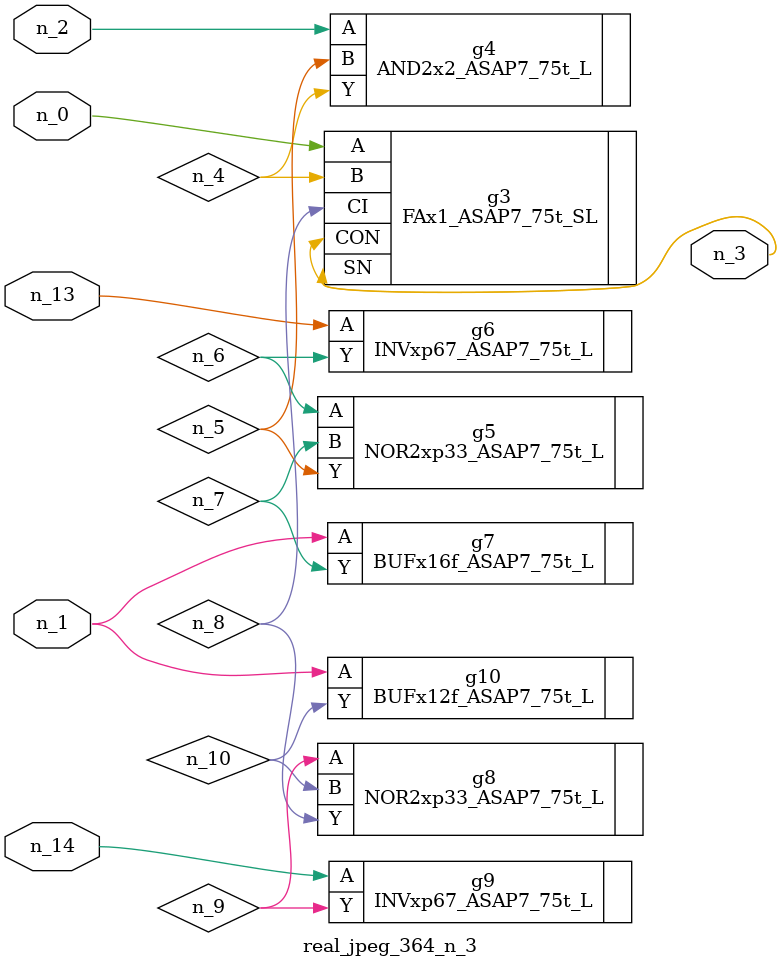
<source format=v>
module real_jpeg_364_n_3 (n_0, n_1, n_14, n_2, n_13, n_3);

input n_0;
input n_1;
input n_14;
input n_2;
input n_13;

output n_3;

wire n_5;
wire n_8;
wire n_4;
wire n_6;
wire n_7;
wire n_10;
wire n_9;

FAx1_ASAP7_75t_SL g3 ( 
.A(n_0),
.B(n_4),
.CI(n_8),
.CON(n_3),
.SN(n_3)
);

BUFx16f_ASAP7_75t_L g7 ( 
.A(n_1),
.Y(n_7)
);

BUFx12f_ASAP7_75t_L g10 ( 
.A(n_1),
.Y(n_10)
);

AND2x2_ASAP7_75t_L g4 ( 
.A(n_2),
.B(n_5),
.Y(n_4)
);

NOR2xp33_ASAP7_75t_L g5 ( 
.A(n_6),
.B(n_7),
.Y(n_5)
);

NOR2xp33_ASAP7_75t_L g8 ( 
.A(n_9),
.B(n_10),
.Y(n_8)
);

INVxp67_ASAP7_75t_L g6 ( 
.A(n_13),
.Y(n_6)
);

INVxp67_ASAP7_75t_L g9 ( 
.A(n_14),
.Y(n_9)
);


endmodule
</source>
